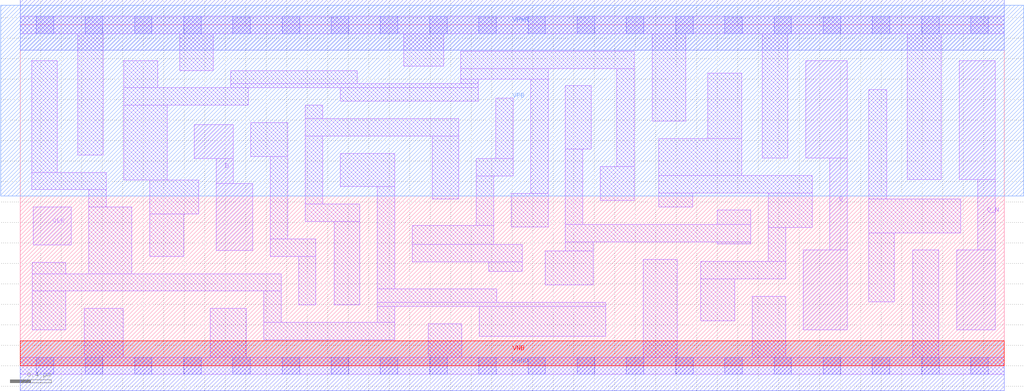
<source format=lef>
# Copyright 2020 The SkyWater PDK Authors
#
# Licensed under the Apache License, Version 2.0 (the "License");
# you may not use this file except in compliance with the License.
# You may obtain a copy of the License at
#
#     https://www.apache.org/licenses/LICENSE-2.0
#
# Unless required by applicable law or agreed to in writing, software
# distributed under the License is distributed on an "AS IS" BASIS,
# WITHOUT WARRANTIES OR CONDITIONS OF ANY KIND, either express or implied.
# See the License for the specific language governing permissions and
# limitations under the License.
#
# SPDX-License-Identifier: Apache-2.0

VERSION 5.7 ;
  NOWIREEXTENSIONATPIN ON ;
  DIVIDERCHAR "/" ;
  BUSBITCHARS "[]" ;
MACRO sky130_fd_sc_ms__dfxbp_1
  CLASS CORE ;
  FOREIGN sky130_fd_sc_ms__dfxbp_1 ;
  ORIGIN  0.000000  0.000000 ;
  SIZE  9.600000 BY  3.330000 ;
  SYMMETRY X Y ;
  SITE unit ;
  PIN D
    ANTENNAGATEAREA  0.138600 ;
    DIRECTION INPUT ;
    USE SIGNAL ;
    PORT
      LAYER li1 ;
        RECT 1.700000 2.025000 2.080000 2.355000 ;
        RECT 1.910000 1.125000 2.270000 1.780000 ;
        RECT 1.910000 1.780000 2.080000 2.025000 ;
    END
  END D
  PIN Q
    ANTENNADIFFAREA  0.513300 ;
    DIRECTION OUTPUT ;
    USE SIGNAL ;
    PORT
      LAYER li1 ;
        RECT 7.640000 0.350000 8.070000 1.130000 ;
        RECT 7.665000 2.030000 8.070000 2.980000 ;
        RECT 7.900000 1.130000 8.070000 2.030000 ;
    END
  END Q
  PIN Q_N
    ANTENNADIFFAREA  0.518900 ;
    DIRECTION OUTPUT ;
    USE SIGNAL ;
    PORT
      LAYER li1 ;
        RECT 9.140000 0.350000 9.515000 1.130000 ;
        RECT 9.160000 1.820000 9.515000 2.980000 ;
        RECT 9.345000 1.130000 9.515000 1.820000 ;
    END
  END Q_N
  PIN CLK
    ANTENNAGATEAREA  0.312600 ;
    DIRECTION INPUT ;
    USE CLOCK ;
    PORT
      LAYER li1 ;
        RECT 0.125000 1.180000 0.500000 1.550000 ;
    END
  END CLK
  PIN VGND
    DIRECTION INOUT ;
    USE GROUND ;
    PORT
      LAYER met1 ;
        RECT 0.000000 -0.245000 9.600000 0.245000 ;
    END
  END VGND
  PIN VNB
    DIRECTION INOUT ;
    USE GROUND ;
    PORT
      LAYER pwell ;
        RECT 0.000000 0.000000 9.600000 0.245000 ;
    END
  END VNB
  PIN VPB
    DIRECTION INOUT ;
    USE POWER ;
    PORT
      LAYER nwell ;
        RECT -0.190000 1.660000 9.790000 3.520000 ;
    END
  END VPB
  PIN VPWR
    DIRECTION INOUT ;
    USE POWER ;
    PORT
      LAYER met1 ;
        RECT 0.000000 3.085000 9.600000 3.575000 ;
    END
  END VPWR
  OBS
    LAYER li1 ;
      RECT 0.000000 -0.085000 9.600000 0.085000 ;
      RECT 0.000000  3.245000 9.600000 3.415000 ;
      RECT 0.110000  1.720000 0.840000 1.890000 ;
      RECT 0.110000  1.890000 0.360000 2.980000 ;
      RECT 0.115000  0.350000 0.445000 0.730000 ;
      RECT 0.115000  0.730000 2.545000 0.900000 ;
      RECT 0.115000  0.900000 0.445000 1.010000 ;
      RECT 0.560000  2.060000 0.810000 3.245000 ;
      RECT 0.625000  0.085000 1.005000 0.560000 ;
      RECT 0.670000  0.900000 1.090000 1.550000 ;
      RECT 0.670000  1.550000 0.840000 1.720000 ;
      RECT 1.010000  1.815000 1.435000 2.545000 ;
      RECT 1.010000  2.545000 2.225000 2.715000 ;
      RECT 1.010000  2.715000 1.340000 2.980000 ;
      RECT 1.265000  1.070000 1.595000 1.485000 ;
      RECT 1.265000  1.485000 1.740000 1.815000 ;
      RECT 1.555000  2.885000 1.885000 3.245000 ;
      RECT 1.855000  0.085000 2.205000 0.560000 ;
      RECT 2.055000  2.715000 4.470000 2.755000 ;
      RECT 2.055000  2.755000 3.290000 2.885000 ;
      RECT 2.250000  2.045000 2.610000 2.375000 ;
      RECT 2.375000  0.255000 3.655000 0.425000 ;
      RECT 2.375000  0.425000 2.545000 0.730000 ;
      RECT 2.440000  1.070000 2.885000 1.240000 ;
      RECT 2.440000  1.240000 2.610000 2.045000 ;
      RECT 2.715000  0.595000 2.885000 1.070000 ;
      RECT 2.780000  1.410000 3.315000 1.580000 ;
      RECT 2.780000  1.580000 2.950000 2.245000 ;
      RECT 2.780000  2.245000 4.280000 2.415000 ;
      RECT 2.780000  2.415000 2.950000 2.545000 ;
      RECT 3.065000  0.595000 3.315000 1.410000 ;
      RECT 3.120000  1.750000 3.655000 2.075000 ;
      RECT 3.120000  2.585000 4.470000 2.715000 ;
      RECT 3.485000  0.425000 3.655000 0.580000 ;
      RECT 3.485000  0.580000 5.715000 0.620000 ;
      RECT 3.485000  0.620000 4.650000 0.750000 ;
      RECT 3.485000  0.750000 3.655000 1.750000 ;
      RECT 3.740000  2.925000 4.130000 3.245000 ;
      RECT 3.825000  1.015000 4.900000 1.185000 ;
      RECT 3.825000  1.185000 4.620000 1.370000 ;
      RECT 3.980000  0.085000 4.310000 0.410000 ;
      RECT 4.020000  1.630000 4.280000 2.245000 ;
      RECT 4.300000  2.755000 4.470000 2.800000 ;
      RECT 4.300000  2.800000 5.150000 2.905000 ;
      RECT 4.300000  2.905000 5.990000 3.075000 ;
      RECT 4.450000  1.370000 4.620000 1.855000 ;
      RECT 4.450000  1.855000 4.810000 2.025000 ;
      RECT 4.480000  0.290000 5.715000 0.580000 ;
      RECT 4.570000  0.920000 4.900000 1.015000 ;
      RECT 4.640000  2.025000 4.810000 2.615000 ;
      RECT 4.790000  1.355000 5.150000 1.685000 ;
      RECT 4.980000  1.685000 5.150000 2.800000 ;
      RECT 5.125000  0.790000 5.590000 1.120000 ;
      RECT 5.320000  1.120000 5.590000 1.210000 ;
      RECT 5.320000  1.210000 7.130000 1.380000 ;
      RECT 5.320000  1.380000 5.490000 2.115000 ;
      RECT 5.320000  2.115000 5.570000 2.735000 ;
      RECT 5.660000  1.615000 5.990000 1.945000 ;
      RECT 5.820000  1.945000 5.990000 2.905000 ;
      RECT 6.080000  0.085000 6.410000 1.040000 ;
      RECT 6.165000  2.390000 6.495000 3.245000 ;
      RECT 6.230000  1.550000 6.560000 1.690000 ;
      RECT 6.230000  1.690000 7.730000 1.860000 ;
      RECT 6.230000  1.860000 7.040000 2.220000 ;
      RECT 6.640000  0.440000 6.970000 0.850000 ;
      RECT 6.640000  0.850000 7.470000 1.020000 ;
      RECT 6.710000  2.220000 7.040000 2.860000 ;
      RECT 6.800000  1.190000 7.130000 1.210000 ;
      RECT 6.800000  1.380000 7.130000 1.520000 ;
      RECT 7.140000  0.085000 7.470000 0.680000 ;
      RECT 7.240000  2.030000 7.490000 3.245000 ;
      RECT 7.300000  1.020000 7.470000 1.350000 ;
      RECT 7.300000  1.350000 7.730000 1.690000 ;
      RECT 8.280000  0.625000 8.530000 1.300000 ;
      RECT 8.280000  1.300000 9.175000 1.630000 ;
      RECT 8.280000  1.630000 8.455000 2.700000 ;
      RECT 8.655000  1.820000 8.985000 3.245000 ;
      RECT 8.710000  0.085000 8.960000 1.130000 ;
    LAYER mcon ;
      RECT 0.155000 -0.085000 0.325000 0.085000 ;
      RECT 0.155000  3.245000 0.325000 3.415000 ;
      RECT 0.635000 -0.085000 0.805000 0.085000 ;
      RECT 0.635000  3.245000 0.805000 3.415000 ;
      RECT 1.115000 -0.085000 1.285000 0.085000 ;
      RECT 1.115000  3.245000 1.285000 3.415000 ;
      RECT 1.595000 -0.085000 1.765000 0.085000 ;
      RECT 1.595000  3.245000 1.765000 3.415000 ;
      RECT 2.075000 -0.085000 2.245000 0.085000 ;
      RECT 2.075000  3.245000 2.245000 3.415000 ;
      RECT 2.555000 -0.085000 2.725000 0.085000 ;
      RECT 2.555000  3.245000 2.725000 3.415000 ;
      RECT 3.035000 -0.085000 3.205000 0.085000 ;
      RECT 3.035000  3.245000 3.205000 3.415000 ;
      RECT 3.515000 -0.085000 3.685000 0.085000 ;
      RECT 3.515000  3.245000 3.685000 3.415000 ;
      RECT 3.995000 -0.085000 4.165000 0.085000 ;
      RECT 3.995000  3.245000 4.165000 3.415000 ;
      RECT 4.475000 -0.085000 4.645000 0.085000 ;
      RECT 4.475000  3.245000 4.645000 3.415000 ;
      RECT 4.955000 -0.085000 5.125000 0.085000 ;
      RECT 4.955000  3.245000 5.125000 3.415000 ;
      RECT 5.435000 -0.085000 5.605000 0.085000 ;
      RECT 5.435000  3.245000 5.605000 3.415000 ;
      RECT 5.915000 -0.085000 6.085000 0.085000 ;
      RECT 5.915000  3.245000 6.085000 3.415000 ;
      RECT 6.395000 -0.085000 6.565000 0.085000 ;
      RECT 6.395000  3.245000 6.565000 3.415000 ;
      RECT 6.875000 -0.085000 7.045000 0.085000 ;
      RECT 6.875000  3.245000 7.045000 3.415000 ;
      RECT 7.355000 -0.085000 7.525000 0.085000 ;
      RECT 7.355000  3.245000 7.525000 3.415000 ;
      RECT 7.835000 -0.085000 8.005000 0.085000 ;
      RECT 7.835000  3.245000 8.005000 3.415000 ;
      RECT 8.315000 -0.085000 8.485000 0.085000 ;
      RECT 8.315000  3.245000 8.485000 3.415000 ;
      RECT 8.795000 -0.085000 8.965000 0.085000 ;
      RECT 8.795000  3.245000 8.965000 3.415000 ;
      RECT 9.275000 -0.085000 9.445000 0.085000 ;
      RECT 9.275000  3.245000 9.445000 3.415000 ;
  END
END sky130_fd_sc_ms__dfxbp_1
END LIBRARY

</source>
